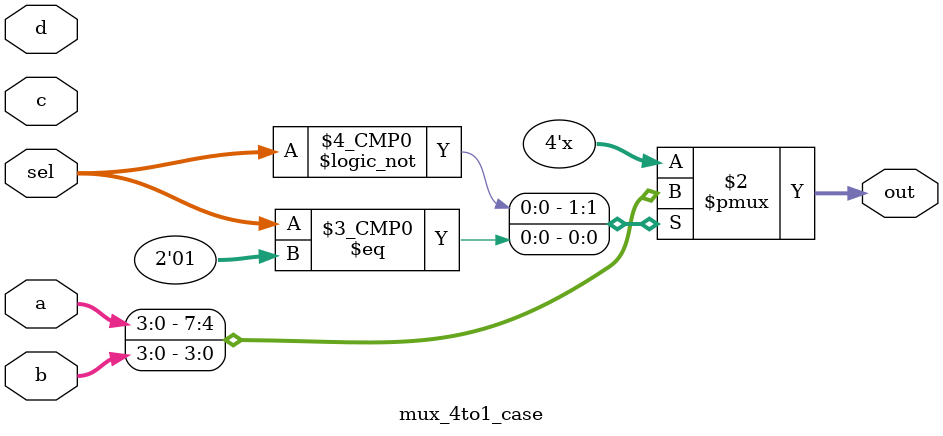
<source format=v>
module mux_4to1_case
(
  input [3:0] a,
  input [3:0] b,
  input [3:0] c,
  input [3:0] d,
  input [1:0] sel,
  output reg [3:0] out
);


  always @(a or b or c or d or sel) begin
    case(sel)
      2'h00: out <= a;
      2'h01: out <= b;
      2'h10: out <= c;
      2'h11: out <= d;
    endcase
  end


endmodule

</source>
